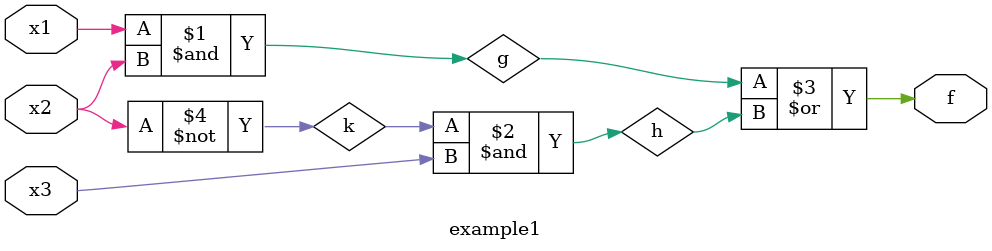
<source format=v>
module example1 (x1, x2, x3, f);
	input x1, x2, x3;
	output f;
	
	and (g, x1, x2);
	not (k,x2);
	and (h, k, x3);
	or (f, g, h);

endmodule

</source>
